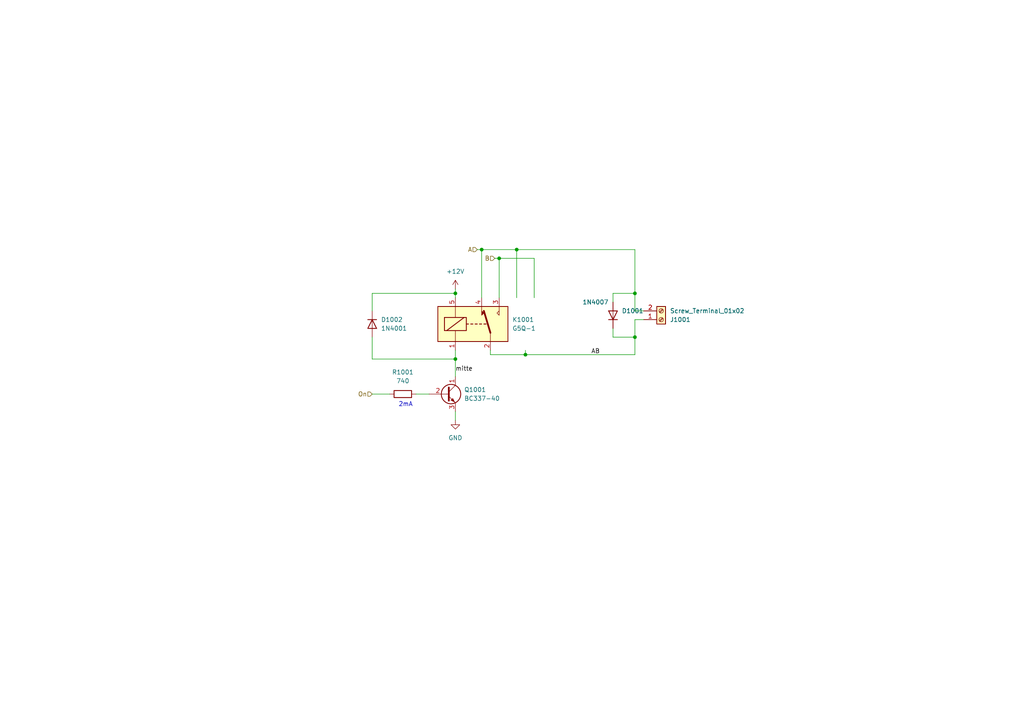
<source format=kicad_sch>
(kicad_sch (version 20211123) (generator eeschema)
  (paper "A4")
  (title_block (date "2022-03-14") (company "makerspace Bocholt"))
  (lib_symbols
    (symbol "Connector:Screw_Terminal_01x02" (pin_names (offset 1.016) hide)
      (property "Reference" "J" (at 0 2.54 0))
      (property "Value" "Screw_Terminal_01x02" (at 0 -5.08 0))
      (symbol "Screw_Terminal_01x02_1_1"
        (rectangle (start -1.27 1.27) (end 1.27 -3.81) (stroke (width 0.254)) (fill (type background)))
        (circle (center 0 -2.54) (radius 0.635) (stroke (width 0.1524)))
        (polyline (pts (xy -0.5334 -2.2098) (xy 0.3302 -3.048)) (stroke (width 0.1524)))
        (polyline (pts (xy -0.5334 0.3302) (xy 0.3302 -0.508)) (stroke (width 0.1524)))
        (polyline (pts (xy -0.3556 -2.032) (xy 0.508 -2.8702)) (stroke (width 0.1524)))
        (polyline (pts (xy -0.3556 0.508) (xy 0.508 -0.3302)) (stroke (width 0.1524)))
        (circle (center 0 0) (radius 0.635) (stroke (width 0.1524)))
        (pin passive line (at -5.08 0 0) (length 3.81) (name "Pin_1") (number "1"))
        (pin passive line (at -5.08 -2.54 0) (length 3.81) (name "Pin_2") (number "2"))
      )
    )
    (symbol "Device:R" (pin_numbers hide) (pin_names (offset 0))
      (property "Reference" "R" (at 2.032 0 90))
      (property "Value" "R" (at 0 0 90))
      (symbol "R_0_1"
        (rectangle (start -1.016 -2.54) (end 1.016 2.54) (stroke (width 0.254)))
      )
      (symbol "R_1_1"
        (pin passive line (at 0 3.81 270) (length 1.27) (name "~") (number "1"))
        (pin passive line (at 0 -3.81 90) (length 1.27) (name "~") (number "2"))
      )
    )
    (symbol "Diode:1N4001" (pin_numbers hide) (pin_names (offset 1.016) hide)
      (property "Reference" "D" (at 0 2.54 0))
      (property "Value" "1N4001" (at 0 -2.54 0))
      (symbol "1N4001_0_1"
        (polyline (pts (xy -1.27 1.27) (xy -1.27 -1.27)) (stroke (width 0.254)))
        (polyline (pts (xy 1.27 0) (xy -1.27 0)))
        (polyline (pts (xy 1.27 1.27) (xy 1.27 -1.27) (xy -1.27 0) (xy 1.27 1.27)) (stroke (width 0.254)))
      )
      (symbol "1N4001_1_1"
        (pin passive line (at -3.81 0 0) (length 2.54) (name "K") (number "1"))
        (pin passive line (at 3.81 0 180) (length 2.54) (name "A") (number "2"))
      )
    )
    (symbol "Diode:1N4007" (pin_numbers hide) (pin_names (offset 1.016) hide)
      (property "Reference" "D" (at 0 2.54 0))
      (property "Value" "1N4007" (at 0 -2.54 0))
      (symbol "1N4007_0_1"
        (polyline (pts (xy -1.27 1.27) (xy -1.27 -1.27)) (stroke (width 0.254)))
        (polyline (pts (xy 1.27 0) (xy -1.27 0)))
        (polyline (pts (xy 1.27 1.27) (xy 1.27 -1.27) (xy -1.27 0) (xy 1.27 1.27)) (stroke (width 0.254)))
      )
      (symbol "1N4007_1_1"
        (pin passive line (at -3.81 0 0) (length 2.54) (name "K") (number "1"))
        (pin passive line (at 3.81 0 180) (length 2.54) (name "A") (number "2"))
      )
    )
    (symbol "Relay:G5Q-1"
      (property "Reference" "K" (at 11.43 3.81 0))
      (property "Value" "G5Q-1" (at 11.43 1.27 0))
      (symbol "G5Q-1_0_0"
        (polyline (pts (xy 7.62 5.08) (xy 7.62 2.54) (xy 6.985 3.175) (xy 7.62 3.81)))
      )
      (symbol "G5Q-1_0_1"
        (rectangle (start -10.16 5.08) (end 10.16 -5.08) (stroke (width 0.254)) (fill (type background)))
        (rectangle (start -8.255 1.905) (end -1.905 -1.905) (stroke (width 0.254)))
        (polyline (pts (xy -7.62 -1.905) (xy -2.54 1.905)) (stroke (width 0.254)))
        (polyline (pts (xy -5.08 -5.08) (xy -5.08 -1.905)))
        (polyline (pts (xy -5.08 5.08) (xy -5.08 1.905)))
        (polyline (pts (xy -1.905 0) (xy -1.27 0)) (stroke (width 0.254)))
        (polyline (pts (xy -0.635 0) (xy 0 0)) (stroke (width 0.254)))
        (polyline (pts (xy 0.635 0) (xy 1.27 0)) (stroke (width 0.254)))
        (polyline (pts (xy 1.905 0) (xy 2.54 0)) (stroke (width 0.254)))
        (polyline (pts (xy 3.175 0) (xy 3.81 0)) (stroke (width 0.254)))
        (polyline (pts (xy 5.08 -2.54) (xy 3.175 3.81)) (stroke (width 0.508)))
        (polyline (pts (xy 5.08 -2.54) (xy 5.08 -5.08)))
        (polyline (pts (xy 2.54 5.08) (xy 2.54 2.54) (xy 3.175 3.175) (xy 2.54 3.81)) (fill (type outline)))
      )
      (symbol "G5Q-1_1_1"
        (pin passive line (at -5.08 -7.62 90) (length 2.54) (name "~") (number "1"))
        (pin passive line (at 5.08 -7.62 90) (length 2.54) (name "~") (number "2"))
        (pin passive line (at 7.62 7.62 270) (length 2.54) (name "~") (number "3"))
        (pin passive line (at 2.54 7.62 270) (length 2.54) (name "~") (number "4"))
        (pin passive line (at -5.08 7.62 270) (length 2.54) (name "~") (number "5"))
      )
    )
    (symbol "Transistor_BJT:BC337" (pin_names (offset 0) hide)
      (property "Reference" "Q" (at 5.08 1.905 0))
      (property "Value" "BC337" (at 5.08 0 0))
      (symbol "BC337_0_1"
        (polyline (pts (xy 0 0) (xy 0.635 0)))
        (polyline (pts (xy 0.635 0.635) (xy 2.54 2.54)))
        (polyline (pts (xy 0.635 -0.635) (xy 2.54 -2.54) (xy 2.54 -2.54)))
        (polyline (pts (xy 0.635 1.905) (xy 0.635 -1.905) (xy 0.635 -1.905)) (stroke (width 0.508)))
        (polyline (pts (xy 1.27 -1.778) (xy 1.778 -1.27) (xy 2.286 -2.286) (xy 1.27 -1.778) (xy 1.27 -1.778)) (fill (type outline)))
        (circle (center 1.27 0) (radius 2.8194) (stroke (width 0.254)))
      )
      (symbol "BC337_1_1"
        (pin passive line (at 2.54 5.08 270) (length 2.54) (name "C") (number "1"))
        (pin input line (at -5.08 0 0) (length 5.08) (name "B") (number "2"))
        (pin passive line (at 2.54 -5.08 90) (length 2.54) (name "E") (number "3"))
      )
    )
    (symbol "power:+12V" (power) (pin_names (offset 0))
      (property "Value" "+12V" (at 0 3.556 0))
      (symbol "+12V_0_1"
        (polyline (pts (xy -0.762 1.27) (xy 0 2.54)))
        (polyline (pts (xy 0 0) (xy 0 2.54)))
        (polyline (pts (xy 0 2.54) (xy 0.762 1.27)))
      )
      (symbol "+12V_1_1"
        (pin power_in line (at 0 0 90) (length 0) hide (name "+12V") (number "1"))
      )
    )
    (symbol "power:GND" (power) (pin_names (offset 0))
      (property "Value" "GND" (at 0 -3.81 0))
      (symbol "GND_0_1"
        (polyline (pts (xy 0 0) (xy 0 -1.27) (xy 1.27 -1.27) (xy 0 -2.54) (xy -1.27 -1.27) (xy 0 -1.27)))
      )
      (symbol "GND_1_1"
        (pin power_in line (at 0 0 270) (length 0) hide (name "GND") (number "1"))
      )
    )
  )
  (junction (at 139.7 72.39))
  (junction (at 132.08 85.09))
  (junction (at 149.86 72.39))
  (junction (at 144.78 74.93))
  (junction (at 132.08 104.14))
  (junction (at 184.15 85.09))
  (junction (at 184.15 97.79))
  (junction (at 152.4 102.87))
  (wire (pts (xy 184.15 85.09) (xy 184.15 72.39)))
  (wire (pts (xy 177.8 87.63) (xy 177.8 85.09)))
  (wire (pts (xy 149.86 72.39) (xy 149.86 86.36)))
  (wire (pts (xy 138.43 72.39) (xy 139.7 72.39)))
  (wire (pts (xy 107.95 114.3) (xy 113.03 114.3)))
  (wire (pts (xy 184.15 102.87) (xy 184.15 97.79)))
  (wire (pts (xy 132.08 85.09) (xy 132.08 86.36)))
  (wire (pts (xy 107.95 104.14) (xy 132.08 104.14)))
  (wire (pts (xy 142.24 102.87) (xy 152.4 102.87)))
  (wire (pts (xy 132.08 104.14) (xy 132.08 109.22)))
  (wire (pts (xy 184.15 90.17) (xy 184.15 85.09)))
  (wire (pts (xy 132.08 83.82) (xy 132.08 85.09)))
  (wire (pts (xy 107.95 90.17) (xy 107.95 85.09)))
  (wire (pts (xy 149.86 72.39) (xy 184.15 72.39)))
  (wire (pts (xy 139.7 72.39) (xy 139.7 86.36)))
  (wire (pts (xy 177.8 95.25) (xy 177.8 97.79)))
  (wire (pts (xy 139.7 72.39) (xy 149.86 72.39)))
  (wire (pts (xy 186.69 90.17) (xy 184.15 90.17)))
  (wire (pts (xy 177.8 85.09) (xy 184.15 85.09)))
  (wire (pts (xy 132.08 119.38) (xy 132.08 121.92)))
  (wire (pts (xy 184.15 92.71) (xy 186.69 92.71)))
  (wire (pts (xy 107.95 97.79) (xy 107.95 104.14)))
  (wire (pts (xy 120.65 114.3) (xy 124.46 114.3)))
  (wire (pts (xy 154.94 86.36) (xy 154.94 74.93)))
  (wire (pts (xy 177.8 97.79) (xy 184.15 97.79)))
  (wire (pts (xy 184.15 97.79) (xy 184.15 92.71)))
  (wire (pts (xy 144.78 74.93) (xy 143.51 74.93)))
  (wire (pts (xy 144.78 86.36) (xy 144.78 74.93)))
  (wire (pts (xy 152.4 102.87) (xy 184.15 102.87)))
  (wire (pts (xy 152.4 102.87) (xy 152.4 101.6)))
  (wire (pts (xy 142.24 101.6) (xy 142.24 102.87)))
  (wire (pts (xy 107.95 85.09) (xy 132.08 85.09)))
  (wire (pts (xy 154.94 74.93) (xy 144.78 74.93)))
  (wire (pts (xy 132.08 101.6) (xy 132.08 104.14)))
  (text "2mA" (at 115.57 118.11 0) (effects (font (size 1.27 1.27)) (justify left bottom)))
  (label "AB" (at 171.45 102.87 0))
  (label "mitte" (at 132.08 107.95 0))
  (hierarchical_label "On" (shape input) (at 107.95 114.3 180))
  (hierarchical_label "B" (shape input) (at 143.51 74.93 180))
  (hierarchical_label "A" (shape input) (at 138.43 72.39 180))
  (symbol (lib_id "Relay:G5Q-1") (at 137.16 93.98 0)
    (property "Reference" "K1001" (at 148.59 92.7099 0) (effects (justify left)))
    (property "Value" "G5Q-1" (at 148.59 95.2499 0) (effects (justify left)))
    (property "Footprint" "Relay_THT:Relay_SPDT_Omron-G5Q-1" (effects hide))
    (property "Datasheet" "https://www.omron.com/ecb/products/pdf/en-g5q.pdf" (effects hide))
  )
  (symbol (lib_id "Connector:Screw_Terminal_01x02") (at 191.77 92.71 0) (mirror x)
    (property "Reference" "J1001" (at 194.31 92.7101 0) (effects (justify left)))
    (property "Value" "Screw_Terminal_01x02" (at 194.31 90.1701 0) (effects (justify left)))
    (property "Footprint" "TerminalBlock_Phoenix:TerminalBlock_Phoenix_MKDS-1,5-2-5.08_1x02_P5.08mm_Horizontal" (effects hide))
  )
  (symbol (lib_id "power:+12V") (at 132.08 83.82 0)
    (property "Reference" "#PWR01201" (effects hide))
    (property "Value" "+12V" (at 132.08 78.74 0))
  )
  (symbol (lib_id "power:GND") (at 132.08 121.92 0)
    (property "Reference" "#PWR01202" (effects hide))
    (property "Value" "GND" (at 132.08 127 0))
  )
  (symbol (lib_id "Device:R") (at 116.84 114.3 90)
    (property "Reference" "R1001" (at 116.84 107.95 90))
    (property "Value" "740" (at 116.84 110.49 90))
    (property "Footprint" "Resistor_THT:R_Axial_DIN0207_L6.3mm_D2.5mm_P2.54mm_Vertical" (effects hide))
  )
  (symbol (lib_id "Diode:1N4007") (at 177.8 91.44 90)
    (property "Reference" "D1001" (at 180.34 90.1699 90) (effects (justify right)))
    (property "Value" "1N4007" (at 168.91 87.63 90) (effects (justify right)))
    (property "Footprint" "Diode_THT:D_DO-41_SOD81_P5.08mm_Vertical_KathodeUp" (effects hide))
    (property "Datasheet" "http://www.vishay.com/docs/88503/1n4001.pdf" (effects hide))
  )
  (symbol (lib_id "Diode:1N4001") (at 107.95 93.98 270)
    (property "Reference" "D1002" (at 110.49 92.7099 90) (effects (justify left)))
    (property "Value" "1N4001" (at 110.49 95.2499 90) (effects (justify left)))
    (property "Footprint" "Diode_THT:D_DO-41_SOD81_P5.08mm_Vertical_KathodeUp" (effects hide))
    (property "Datasheet" "http://www.vishay.com/docs/88503/1n4001.pdf" (effects hide))
  )
  (symbol (lib_id "Transistor_BJT:BC337") (at 129.54 114.3 0)
    (property "Reference" "Q1001" (at 134.62 113.0299 0) (effects (justify left)))
    (property "Value" "BC337-40" (at 134.62 115.5699 0) (effects (justify left)))
    (property "Footprint" "Package_TO_SOT_THT:TO-92_Inline" (effects hide))
    (property "Datasheet" "https://diotec.com/tl_files/diotec/files/pdf/datasheets/bc337.pdf" (effects hide))
  )
)
</source>
